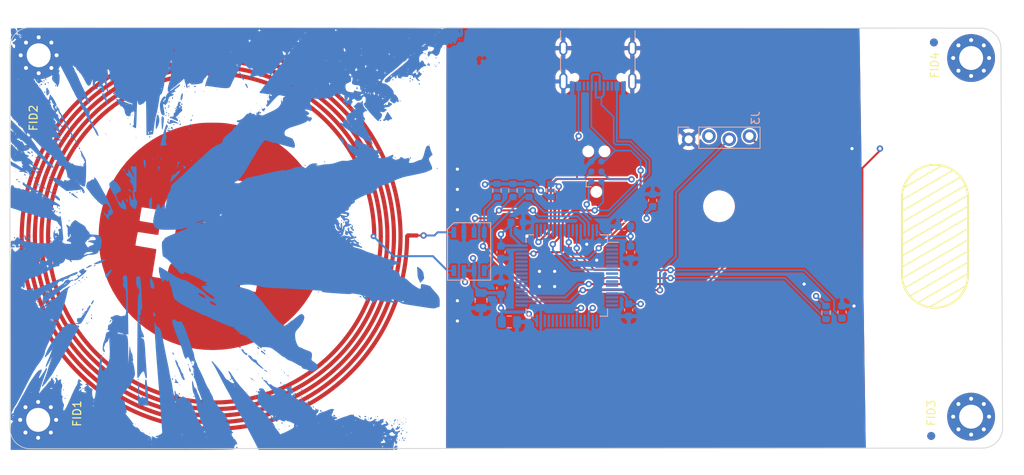
<source format=kicad_pcb>
(kicad_pcb (version 20240108) (generator "pcbnew") (generator_version "8.0")
  (layers (0 "F.Cu" jumper) (1 "In1.Cu" signal) (2 "In2.Cu" signal) (31 "B.Cu" signal) (34 "B.Paste" user) (35 "F.Paste" user) (36 "B.SilkS" user "B.Silkscreen") (37 "F.SilkS" user "F.Silkscreen") (38 "B.Mask" user) (39 "F.Mask" user) (44 "Edge.Cuts" user))
  (net 0 "")
  (net 1 "VCC")
  (net 2 "Net-(A1-A)")
  (net 3 "Net-(A1-B)")
  (net 4 "GND")
  (net 5 "Net-(A2-BTN)")
  (net 6 "NRST")
  (net 23 "TSC_G2_IO4")
  (net 33 "SWDIO")
  (net 34 "SWCLK")
  (net 40 "SWO")
  (net 42 "TSC_G2_IO2")
  (net 52 "DISP_RES")
  (net 53 "DISP_SCL")
  (net 54 "DISP_SDA")
  (net 56 "NFC_INT")
  (net 57 "NFC_SCL")
  (net 58 "NFC_SDA")
  (footprint "Footprints:TheThing" (layer "F.Cu") (at 161.713737 116.499513)
    (property "Reference" "G***" (hide yes))
    (property "Value" "LOGO" (hide yes))
  )
  (footprint "Fiducial:Fiducial_1mm_Mask2mm" (layer "F.Cu") (at 195.255 121.1149 90)
    (property "Reference" "FID3")
    (property "Value" "Fiducial")
  )
  (footprint "Fiducial:Fiducial_1mm_Mask2mm" (layer "F.Cu") (at 82.561 78.3122 90)
    (property "Reference" "FID2")
    (property "Value" "Fiducial")
  )
  (footprint "MountingHole:MountingHole_3.5mm" (layer "F.Cu") (at 168.66 92.296)
    (property "Reference" "H8" (hide yes))
    (property "Value" "MountingHole")
  )
  (footprint "MountingHole:MountingHole_3mm_Pad_Via" (layer "F.Cu") (at 83.38999 73.34999 90)
    (property "Reference" "H7")
    (property "Value" "MountingHole_Pad")
  )
  (footprint "MountingHole:MountingHole_3mm_Pad_Via" (layer "F.Cu") (at 83.323 119.096 90)
    (property "Reference" "H8" (hide yes))
    (property "Value" "MountingHole_Pad")
  )
  (footprint "Fiducial:Fiducial_1mm_Mask2mm" (layer "F.Cu") (at 195.597 71.7402 90)
    (property "Reference" "FID4")
    (property "Value" "Fiducial")
  )
  (footprint "Footprints:btc logo" (layer "F.Cu") (at 105.006 96.061 90)
    (property "Reference" "G***" (hide yes))
    (property "Value" "LOGO" (hide yes))
  )
  (footprint "MountingHole:MountingHole_3mm_Pad_Via" (layer "F.Cu") (at 200.26 118.696 90)
    (property "Reference" "H10")
    (property "Value" "MountingHole_Pad")
  )
  (footprint "MountingHole:MountingHole_3mm_Pad_Via" (layer "F.Cu") (at 200.26 73.696 90)
    (property "Reference" "H9")
    (property "Value" "MountingHole_Pad")
  )
  (footprint "Fiducial:Fiducial_1mm_Mask2mm" (layer "F.Cu") (at 88.1744 121.164 90)
    (property "Reference" "FID1")
    (property "Value" "Fiducial")
  )
  (footprint "Footprints:TheThing" (layer "F.Cu") (at 161.713737 116.499513)
    (property "Reference" "G***" (hide yes))
    (property "Value" "LOGO" (hide yes))
  )
  (footprint "Footprints:btc logo" (layer "F.Cu") (at 105.006 96.061 90)
    (property "Reference" "G***" (hide yes))
    (property "Value" "LOGO" (hide yes))
  )
  (footprint "Footprints:Antenna-Round-13.8MHz-53pF-Class3-50mm" (layer "F.Cu") (at 105.006 96.061)
    (property "Reference" "A1" (hide yes))
    (property "Value" "Antenna")
  )
  (footprint "Capacitor_SMD:C_0603_1608Metric" (layer "B.Cu") (at 156.806 94.811 180)
    (property "Reference" "C5" (hide yes))
    (property "Value" "100n")
  )
  (footprint "Resistor_SMD:R_0603_1608Metric" (layer "B.Cu") (at 142.831 90.311 90)
    (property "Reference" "R2" (hide yes))
    (property "Value" "10k")
  )
  (footprint "Connector:Tag-Connect_TC2030-IDC-NL_2x03_P1.27mm_Vertical" (layer "B.Cu") (at 153.291 87.946 90)
    (property "Reference" "J1" (hide yes))
    (property "Value" "Conn_ARM_SWD_TagConnect_TC2030")
  )
  (footprint "Capacitor_SMD:C_0603_1608Metric" (layer "B.Cu") (at 141.331 98.061 -90)
    (property "Reference" "C8" (hide yes))
    (property "Value" "100n")
  )
  (footprint "Footprints:TSC-Rectangle-25x16mm" (layer "B.Cu") (at 194.631 96.061)
    (property "Reference" "A2" (hide yes))
    (property "Value" "TSC")
  )
  (footprint "Fiducial:Fiducial_1mm_Mask2mm" (layer "B.Cu") (at 88.169 121.154 -90)
    (property "Reference" "FID6" (hide yes))
    (property "Value" "Fiducial")
  )
  (footprint "Footprints:back" (layer "B.Cu") (at 111.15812 96.401064 180)
    (property "Reference" "G***" (hide yes))
    (property "Value" "LOGO" (hide yes))
  )
  (footprint "Capacitor_SMD:C_0603_1608Metric" (layer "B.Cu") (at 160.341 91.557 90)
    (property "Reference" "C17" (hide yes))
    (property "Value" "1u")
  )
  (footprint "Resistor_SMD:R_0603_1608Metric" (layer "B.Cu") (at 144.831 90.311 90)
    (property "Reference" "R1" (hide yes))
    (property "Value" "10k")
  )
  (footprint "Resistor_SMD:R_0603_1608Metric" (layer "B.Cu") (at 147.581 90.311 90)
    (property "Reference" "R10" (hide yes))
    (property "Value" "10k")
  )
  (footprint "Fiducial:Fiducial_1mm_Mask2mm" (layer "B.Cu") (at 195.26 121.1065 -90)
    (property "Reference" "FID8" (hide yes))
    (property "Value" "Fiducial")
  )
  (footprint "Connector_USB:USB_C_Receptacle_GCT_USB4105-xx-A_16P_TopMnt_Horizontal" (layer "B.Cu") (at 153.471 73.532)
    (property "Reference" "J8" (hide yes))
    (property "Value" "USB_C_Receptacle_USB2.0")
  )
  (footprint "Resistor_SMD:R_0603_1608Metric" (layer "B.Cu") (at 140.831 90.311 90)
    (property "Reference" "R3" (hide yes))
    (property "Value" "10k")
  )
  (footprint "Capacitor_SMD:C_0603_1608Metric" (layer "B.Cu") (at 143.356 94.311)
    (property "Reference" "C2" (hide yes))
    (property "Value" "100n")
  )
  (footprint "Package_QFP:LQFP-64_10x10mm_P0.5mm" (layer "B.Cu") (at 149.581 100.986 180)
    (property "Reference" "U2" (hide yes))
    (property "Value" "STM32L476RGTx")
  )
  (footprint "Footprints:back" (layer "B.Cu") (at 111.15812 96.401065 180)
    (property "Reference" "G***" (hide yes))
    (property "Value" "LOGO" (hide yes))
  )
  (footprint "Resistor_SMD:R_0603_1608Metric" (layer "B.Cu") (at 182.081 105.636 90)
    (property "Reference" "R8" (hide yes))
    (property "Value" "1k")
  )
  (footprint "Capacitor_SMD:C_0603_1608Metric" (layer "B.Cu") (at 157.581 98.086 -90)
    (property "Reference" "C6" (hide yes))
    (property "Value" "100n")
  )
  (footprint "bitaxe:PinHeader_1x04_P2.54mm_Vertical_shifted" (layer "B.Cu") (at 164.86 83.696 -90)
    (property "Reference" "J3")
    (property "Value" "Conn_01x04")
  )
  (footprint "Fiducial:Fiducial_1mm_Mask2mm" (layer "B.Cu") (at 82.579 78.315 -90)
    (property "Reference" "FID5" (hide yes))
    (property "Value" "Fiducial")
  )
  (footprint "Capacitor_SMD:C_0603_1608Metric" (layer "B.Cu") (at 184.081 105.561 -90)
    (property "Reference" "C14" (hide yes))
    (property "Value" "22n")
  )
  (footprint "Fiducial:Fiducial_1mm_Mask2mm" (layer "B.Cu") (at 195.592 71.738 -90)
    (property "Reference" "FID7" (hide yes))
    (property "Value" "Fiducial")
  )
  (footprint "Capacitor_SMD:C_0603_1608Metric" (layer "B.Cu") (at 157.341 105.307 -90)
    (property "Reference" "C4" (hide yes))
    (property "Value" "100n")
  )
  (footprint "Footprints:SOT96-1" (layer "B.Cu") (at 137.331 97.961)
    (property "Reference" "U3" (hide yes))
    (property "Value" "NT3H2X11")
  )
  (footprint "Capacitor_SMD:C_0805_2012Metric" (layer "B.Cu") (at 138.831 104.111 -90)
    (property "Reference" "C9" (hide yes))
    (property "Value" "4.7u")
  )
  (footprint "Capacitor_SMD:C_0603_1608Metric" (layer "B.Cu") (at 141.331 102.561 90)
    (property "Reference" "C3" (hide yes))
    (property "Value" "100n")
  )
  (footprint "Capacitor_SMD:C_0805_2012Metric" (layer "B.Cu") (at 142.381 106.811)
    (property "Reference" "C1" (hide yes))
    (property "Value" "4.7u")
  )
  (gr_line (start 199.50024 102.599472) (end 199.55378 102.476407) (stroke (width 0.243799)) (layer "F.SilkS"))
  (gr_line (start 191.858649 89.762449) (end 191.813104 89.888999) (stroke (width 0.243799)) (layer "F.SilkS"))
  (gr_line (start 191.620711 95.708203) (end 199.90071 90.878218) (stroke (width 0.183999)) (layer "F.SilkS"))
  (gr_line (start 192.287107 88.929341) (end 192.214532 89.042045) (stroke (width 0.243799)) (layer "F.SilkS"))
  (gr_line (start 192.287107 103.184659) (end 192.443135 103.402907) (stroke (width 0.243799)) (layer "F.SilkS"))
  (gr_line (start 193.90451 87.51167) (end 193.660999 87.641668) (stroke (width 0.243799)) (layer "F.SilkS"))
  (gr_line (start 191.627407 101.435375) (end 191.672264 101.703731) (stroke (width 0.243799)) (layer "F.SilkS"))
  (gr_line (start 194.408947 87.303675) (end 194.154116 87.399006) (stroke (width 0.243799)) (layer "F.SilkS"))
  (gr_line (start 193.20429 104.166611) (end 193.426663 104.326445) (stroke (width 0.243799)) (layer "F.SilkS"))
  (gr_line (start 198.257708 87.947389) (end 198.035334 87.787555) (stroke (width 0.243799)) (layer "F.SilkS"))
  (gr_line (start 198.93552 103.508263) (end 199.018863 103.402907) (stroke (width 0.243799)) (layer "F.SilkS"))
  (gr_line (start 193.313954 87.865776) (end 193.20429 87.947389) (stroke (width 0.243799)) (layer "F.SilkS"))
  (gr_line (start 199.789734 90.410269) (end 199.72769 90.146809) (stroke (width 0.243799)) (layer "F.SilkS"))
  (gr_line (start 199.72769 90.146809) (end 199.648893 89.888999) (stroke (width 0.243799)) (layer "F.SilkS"))
  (gr_line (start 191.591 100.886992) (end 191.600174 101.162877) (stroke (width 0.243799)) (layer "F.SilkS"))
  (gr_line (start 196.793865 104.888324) (end 197.05305 104.810326) (stroke (width 0.243799)) (layer "F.SilkS"))
  (gr_line (start 196.265915 87.121678) (end 195.998892 87.095679) (stroke (width 0.243799)) (layer "F.SilkS"))
  (gr_line (start 199.850437 101.299597) (end 199.861824 101.162877) (stroke (width 0.243799)) (layer "F.SilkS"))
  (gr_line (start 199.870998 100.886992) (end 199.870998 91.227008) (stroke (width 0.243799)) (layer "F.SilkS"))
  (gr_line (start 199.316343 89.15701) (end 199.174891 88.929341) (stroke (width 0.243799)) (layer "F.SilkS"))
  (gr_line (start 198.567884 103.902363) (end 198.664824 103.808125) (stroke (width 0.243799)) (layer "F.SilkS"))
  (gr_line (start 198.848696 88.50302) (end 198.664824 88.305875) (stroke (width 0.243799)) (layer "F.SilkS"))
  (gr_line (start 193.90451 104.60233) (end 194.154116 104.714994) (stroke (width 0.243799)) (layer "F.SilkS"))
  (gr_line (start 193.426663 87.787555) (end 193.313954 87.865776) (stroke (width 0.243799)) (layer "F.SilkS"))
  (gr_line (start 193.20429 87.947389) (end 193.097726 88.032299) (stroke (width 0.243799)) (layer "F.SilkS"))
  (gr_line (start 191.620711 101.323871) (end 199.90071 96.493886) (stroke (width 0.183999)) (layer "F.SilkS"))
  (gr_line (start 197.800998 104.472332) (end 197.919634 104.401179) (stroke (width 0.243799)) (layer "F.SilkS"))
  (gr_line (start 195.196082 87.121678) (end 194.930801 87.165011) (stroke (width 0.243799)) (layer "F.SilkS"))
  (gr_line (start 191.591 91.227008) (end 191.591 100.886992) (stroke (width 0.243799)) (layer "F.SilkS"))
  (gr_line (start 199.316343 102.95699) (end 199.381467 102.839858) (stroke (width 0.243799)) (layer "F.SilkS"))
  (gr_line (start 196.531196 87.165011) (end 196.265915 87.121678) (stroke (width 0.243799)) (layer "F.SilkS"))
  (gr_line (start 191.672264 90.410269) (end 191.64766 90.543882) (stroke (width 0.243799)) (layer "F.SilkS"))
  (gr_line (start 199.442784 102.720654) (end 199.50024 102.599472) (stroke (width 0.243799)) (layer "F.SilkS"))
  (gr_line (start 191.64766 90.543882) (end 191.627407 90.678625) (stroke (width 0.243799)) (layer "F.SilkS"))
  (gr_line (start 191.620711 99.919951) (end 199.90071 95.089965) (stroke (width 0.183999)) (layer "F.SilkS"))
  (gr_line (start 191.908218 102.476407) (end 192.019213 102.720654) (stroke (width 0.243799)) (layer "F.SilkS"))
  (gr_line (start 191.908218 89.637593) (end 191.858649 89.762449) (stroke (width 0.243799)) (layer "F.SilkS"))
  (gr_line (start 191.600174 90.951123) (end 191.593302 91.088689) (stroke (width 0.243799)) (layer "F.SilkS"))
  (gr_line (start 192.080531 89.274142) (end 192.019213 89.393346) (stroke (width 0.243799)) (layer "F.SilkS"))
  (gr_line (start 199.834591 101.435375) (end 199.850437 101.299597) (stroke (width 0.243799)) (layer "F.SilkS"))
  (gr_line (start 195.033159 104.94894) (end 199.622089 102.272073) (stroke (width 0.183999)) (layer "F.SilkS"))
  (gr_line (start 191.961758 89.514528) (end 191.908218 89.637593) (stroke (width 0.243799)) (layer "F.SilkS"))
  (gr_line (start 198.467682 103.993587) (end 198.567884 103.902363) (stroke (width 0.243799)) (layer "F.SilkS"))
  (gr_line (start 194.668133 104.888324) (end 194.930801 104.948989) (stroke (width 0.243799)) (layer "F.SilkS"))
  (gr_line (start 197.800998 87.641668) (end 197.557488 87.51167) (stroke (width 0.243799)) (layer "F.SilkS"))
  (gr_line (start 198.257708 104.166611) (end 198.364272 104.081701) (stroke (width 0.243799)) (layer "F.SilkS"))
  (gr_line (start 199.381467 102.839858) (end 199.442784 102.720654) (stroke (width 0.243799)) (layer "F.SilkS"))
  (gr_line (start 197.919634 104.401179) (end 198.035334 104.326445) (stroke (width 0.243799)) (layer "F.SilkS"))
  (gr_line (start 191.620711 94.304282) (end 199.561367 89.672234) (stroke (width 0.183999)) (layer "F.SilkS"))
  (gr_line (start 191.620711 98.516031) (end 199.90071 93.686045) (stroke (width 0.183999)) (layer "F.SilkS"))
  (gr_line (start 192.214532 89.042045) (end 192.145655 89.15701) (stroke (width 0.243799)) (layer "F.SilkS"))
  (gr_line (start 192.613302 88.50302) (end 192.526478 88.605737) (stroke (width 0.243799)) (layer "F.SilkS"))
  (gr_line (start 191.771639 90.017151) (end 191.734308 90.146809) (stroke (width 0.243799)) (layer "F.SilkS"))
  (gr_line (start 191.593302 91.088689) (end 191.591 91.227008) (stroke (width 0.243799)) (layer "F.SilkS"))
  (gr_line (start 192.019213 102.720654) (end 192.145655 102.95699) (stroke (width 0.243799)) (layer "F.SilkS"))
  (gr_line (start 191.627407 90.678625) (end 191.611561 90.814403) (stroke (width 0.243799)) (layer "F.SilkS"))
  (gr_line (start 192.994315 103.993587) (end 193.20429 104.166611) (stroke (width 0.243799)) (layer "F.SilkS"))
  (gr_line (start 195.196082 104.992322) (end 195.463105 105.018321) (stroke (width 0.243799)) (layer "F.SilkS"))
  (gr_line (start 198.758445 103.710966) (end 198.848696 103.61098) (stroke (width 0.243799)) (layer "F.SilkS"))
  (gr_line (start 192.613302 103.61098) (end 192.797174 103.808125) (stroke (width 0.243799)) (layer "F.SilkS"))
  (gr_line (start 197.05305 104.810326) (end 197.307882 104.714994) (stroke (width 0.243799)) (layer "F.SilkS"))
  (gr_line (start 194.154116 87.399006) (end 193.90451 87.51167) (stroke (width 0.243799)) (layer "F.SilkS"))
  (gr_line (start 197.557488 87.51167) (end 197.307882 87.399006) (stroke (width 0.243799)) (layer "F.SilkS"))
  (gr_line (start 195.998892 105.018321) (end 196.265915 104.992322) (stroke (width 0.243799)) (layer "F.SilkS"))
  (gr_line (start 199.247466 103.071955) (end 199.316343 102.95699) (stroke (width 0.243799)) (layer "F.SilkS"))
  (gr_line (start 199.868696 101.025311) (end 199.870998 100.886992) (stroke (width 0.243799)) (layer "F.SilkS"))
  (gr_line (start 199.55378 102.476407) (end 199.603349 102.351551) (stroke (width 0.243799)) (layer "F.SilkS"))
  (gr_line (start 198.364272 104.081701) (end 198.467682 103.993587) (stroke (width 0.243799)) (layer "F.SilkS"))
  (gr_line (start 192.797174 103.808125) (end 192.994315 103.993587) (stroke (width 0.243799)) (layer "F.SilkS"))
  (gr_line (start 192.797174 88.305875) (end 192.703552 88.403034) (stroke (width 0.243799)) (layer "F.SilkS"))
  (gr_line (start 197.307882 104.714994) (end 197.557488 104.60233) (stroke (width 0.243799)) (layer "F.SilkS"))
  (gr_line (start 192.019213 89.393346) (end 191.961758 89.514528) (stroke (width 0.243799)) (layer "F.SilkS"))
  (gr_line (start 192.994315 88.120413) (end 192.894113 88.211637) (stroke (width 0.243799)) (layer "F.SilkS"))
  (gr_line (start 191.813104 102.225001) (end 191.908218 102.476407) (stroke (width 0.243799)) (layer "F.SilkS"))
  (gr_line (start 199.861824 101.162877) (end 199.868696 101.025311) (stroke (width 0.243799)) (layer "F.SilkS"))
  (gr_line (start 192.443135 103.402907) (end 192.613302 103.61098) (stroke (width 0.243799)) (layer "F.SilkS"))
  (gr_line (start 191.813104 89.888999) (end 191.771639 90.017151) (stroke (width 0.243799)) (layer "F.SilkS"))
  (gr_line (start 198.848696 103.61098) (end 198.93552 103.508263) (stroke (width 0.243799)) (layer "F.SilkS"))
  (gr_line (start 199.648893 89.888999) (end 199.55378 89.637593) (stroke (width 0.243799)) (layer "F.SilkS"))
  (gr_line (start 191.620711 91.496455) (end 197.992316 87.77969) (stroke (width 0.183999)) (layer "F.SilkS"))
  (gr_line (start 191.600174 101.162877) (end 191.627407 101.435375) (stroke (width 0.243799)) (layer "F.SilkS"))
  (gr_line (start 196.531196 104.948989) (end 196.793865 104.888324) (stroke (width 0.243799)) (layer "F.SilkS"))
  (gr_line (start 192.589985 103.5663) (end 199.870711 99.319205) (stroke (width 0.183999)) (layer "F.SilkS"))
  (gr_line (start 193.660999 87.641668) (end 193.542363 87.712821) (stroke (width 0.243799)) (layer "F.SilkS"))
  (gr_line (start 196.793865 87.225676) (end 196.531196 87.165011) (stroke (width 0.243799)) (layer "F.SilkS"))
  (gr_line (start 196.265915 104.992322) (end 196.531196 104.948989) (stroke (width 0.243799)) (layer "F.SilkS"))
  (gr_line (start 191.797921 89.989158) (end 196.58855 87.194625) (stroke (width 0.183999)) (layer "F.SilkS"))
  (gr_line (start 199.814338 101.570118) (end 199.834591 101.435375) (stroke (width 0.243799)) (layer "F.SilkS"))
  (gr_line (start 192.703552 88.403034) (end 192.613302 88.50302) (stroke (width 0.243799)) (layer "F.SilkS"))
  (gr_line (start 198.467682 88.120413) (end 198.257708 87.947389) (stroke (width 0.243799)) (layer "F.SilkS"))
  (gr_line (start 193.660999 104.472332) (end 193.90451 104.60233) (stroke (width 0.243799)) (layer "F.SilkS"))
  (gr_line (start 191.734308 101.967191) (end 191.813104 102.225001) (stroke (width 0.243799)) (layer "F.SilkS"))
  (gr_line (start 197.557488 104.60233) (end 197.800998 104.472332) (stroke (width 0.243799)) (layer "F.SilkS"))
  (gr_line (start 192.526478 88.605737) (end 192.443135 88.711093) (stroke (width 0.243799)) (layer "F.SilkS"))
  (gr_line (start 195.463105 87.095679) (end 195.196082 87.121678) (stroke (width 0.243799)) (layer "F.SilkS"))
  (gr_line (start 197.05305 87.303675) (end 196.793865 87.225676) (stroke (width 0.243799)) (layer "F.SilkS"))
  (gr_line (start 199.648893 102.225001) (end 199.690359 102.096849) (stroke (width 0.243799)) (layer "F.SilkS"))
  (gr_line (start 195.998892 87.095679) (end 195.730999 87.087012) (stroke (width 0.243799)) (layer "F.SilkS"))
  (gr_line (start 191.672264 101.703731) (end 191.734308 101.967191) (stroke (width 0.243799)) (layer "F.SilkS"))
  (gr_line (start 193.097726 88.032299) (end 192.994315 88.120413) (stroke (width 0.243799)) (layer "F.SilkS"))
  (gr_line (start 199.690359 102.096849) (end 199.72769 101.967191) (stroke (width 0.243799)) (layer "F.SilkS"))
  (gr_line (start 199.870998 91.227008) (end 199.861824 90.951123) (stroke (width 0.243799)) (layer "F.SilkS"))
  (gr_line (start 193.426663 104.326445) (end 193.660999 104.472332) (stroke (width 0.243799)) (layer "F.SilkS"))
  (gr_line (start 194.930801 104.948989) (end 195.196082 104.992322) (stroke (width 0.243799)) (layer "F.SilkS"))
  (gr_line (start 195.730999 87.087012) (end 195.463105 87.095679) (stroke (width 0.243799)) (layer "F.SilkS"))
  (gr_line (start 198.035334 87.787555) (end 197.800998 87.641668) (stroke (width 0.243799)) (layer "F.SilkS"))
  (gr_line (start 191.734308 90.146809) (end 191.701164 90.27788) (stroke (width 0.243799)) (layer "F.SilkS"))
  (gr_line (start 192.145655 102.95699) (end 192.287107 103.184659) (stroke (width 0.243799)) (layer "F.SilkS"))
  (gr_line (start 199.72769 101.967191) (end 199.760833 101.83612) (stroke (width 0.243799)) (layer "F.SilkS"))
  (gr_line (start 199.098672 103.295007) (end 199.174891 103.184659) (stroke (width 0.243799)) (layer "F.SilkS"))
  (gr_line (start 199.018863 103.402907) (end 199.098672 103.295007) (stroke (width 0.243799)) (layer "F.SilkS"))
  (gr_line (start 192.894113 88.211637) (end 192.797174 88.305875) (stroke (width 0.243799)) (layer "F.SilkS"))
  (gr_line (start 195.730999 105.026988) (end 195.998892 105.018321) (stroke (width 0.243799)) (layer "F.SilkS"))
  (gr_line (start 191.701164 90.27788) (end 191.672264 90.410269) (stroke (width 0.243799)) (layer "F.SilkS"))
  (gr_line (start 191.611561 90.814403) (end 191.600174 90.951123) (stroke (width 0.243799)) (layer "F.SilkS"))
  (gr_line (start 199.603349 102.351551) (end 199.648893 102.225001) (stroke (width 0.243799)) (layer "F.SilkS"))
  (gr_line (start 199.018863 88.711093) (end 198.848696 88.50302) (stroke (width 0.243799)) (layer "F.SilkS"))
  (gr_line (start 191.948283 102.536691) (end 199.870711 97.915285) (stroke (width 0.183999)) (layer "F.SilkS"))
  (gr_line (start 194.154116 104.714994) (end 194.408947 104.810326) (stroke (width 0.243799)) (layer "F.SilkS"))
  (gr_line (start 197.307882 87.399006) (end 197.05305 87.303675) (stroke (width 0.243799)) (layer "F.SilkS"))
  (gr_line (start 191.620711 92.900362) (end 198.936574 88.63277) (stroke (width 0.183999)) (layer "F.SilkS"))
  (gr_line (start 192.363326 88.818993) (end 192.287107 88.929341) (stroke (width 0.243799)) (layer "F.SilkS"))
  (gr_line (start 198.664824 88.305875) (end 198.467682 88.120413) (stroke (width 0.243799)) (layer "F.SilkS"))
  (gr_line (start 199.442784 89.393346) (end 199.316343 89.15701) (stroke (width 0.243799)) (layer "F.SilkS"))
  (gr_line (start 198.664824 103.808125) (end 198.758445 103.710966) (stroke (width 0.243799)) (layer "F.SilkS"))
  (gr_line (start 193.571794 104.397495) (end 199.870711 100.723126) (stroke (width 0.183999)) (layer "F.SilkS"))
  (gr_line (start 199.760833 101.83612) (end 199.789734 101.703731) (stroke (width 0.243799)) (layer "F.SilkS"))
  (gr_line (start 194.408947 104.810326) (end 194.668133 104.888324) (stroke (width 0.243799)) (layer "F.SilkS"))
  (gr_line (start 194.668133 87.225676) (end 194.408947 87.303675) (stroke (width 0.243799)) (layer "F.SilkS"))
  (gr_line (start 199.834591 90.678625) (end 199.789734 90.410269) (stroke (width 0.243799)) (layer "F.SilkS"))
  (gr_line (start 192.145655 89.15701) (end 192.080531 89.274142) (stroke (width 0.243799)) (layer "F.SilkS"))
  (gr_line (start 199.861824 90.951123) (end 199.834591 90.678625) (stroke (width 0.243799)) (layer "F.SilkS"))
  (gr_line (start 198.035334 104.326445) (end 198.148044 104.248224) (stroke (width 0.243799)) (layer "F.SilkS"))
  (gr_line (start 195.463105 105.018321) (end 195.730999 105.026988) (stroke (width 0.243799)) (layer "F.SilkS"))
  (gr_line (start 199.789734 101.703731) (end 199.814338 101.570118) (stroke (width 0.243799)) (layer "F.SilkS"))
  (gr_line (start 192.443135 88.711093) (end 192.363326 88.818993) (stroke (width 0.243799)) (layer "F.SilkS"))
  (gr_line (start 191.620711 97.112124) (end 199.90071 92.282139) (stroke (width 0.183999)) (layer "F.SilkS"))
  (gr_line (start 199.174891 103.184659) (end 199.247466 103.071955) (stroke (width 0.243799)) (layer "F.SilkS"))
  (gr_line (start 198.148044 104.248224) (end 198.257708 104.166611) (stroke (width 0.243799)) (layer "F.SilkS"))
  (gr_line (start 199.55378 89.637593) (end 199.442784 89.393346) (stroke (width 0.243799)) (layer "F.SilkS"))
  (gr_line (start 193.542363 87.712821) (end 193.426663 87.787555) (stroke (width 0.243799)) (layer "F.SilkS"))
  (gr_line (start 199.174891 88.929341) (end 199.018863 88.711093) (stroke (width 0.243799)) (layer "F.SilkS"))
  (gr_line (start 194.930801 87.165011) (end 194.668133 87.225676) (stroke (width 0.243799)) (layer "F.SilkS"))
  (gr_arc (start 204.203963 120.099963) (mid 203.46 121.896) (end 201.663963 122.639963) (stroke (width 0.1)) (layer "Edge.Cuts"))
  (gr_arc (start 201.46 69.952051) (mid 203.256033 70.696003) (end 204 72.492051) (stroke (width 0.1)) (layer "Edge.Cuts"))
  (gr_line (start 201.663963 122.639963) (end 82.331 122.715) (stroke (width 0.1)) (layer "Edge.Cuts"))
  (gr_line (start 204 72.492051) (end 204.203963 120.099963) (stroke (width 0.1)) (layer "Edge.Cuts"))
  (gr_line (start 79.791 120.175) (end 79.791 72.393) (stroke (width 0.1)) (layer "Edge.Cuts"))
  (gr_arc (start 79.791 72.393) (mid 80.534949 70.596949) (end 82.331 69.853) (stroke (width 0.1)) (layer "Edge.Cuts"))
  (gr_arc (start 82.331 122.715) (mid 80.534949 121.971051) (end 79.791 120.175) (stroke (width 0.1)) (layer "Edge.Cuts"))
  (gr_line (start 82.331 69.853) (end 201.46 69.952051) (stroke (width 0.1)) (layer "Edge.Cuts"))
  (via (at 141.331 105.061) (size 0.8) (drill 0.4) (layers "F.Cu" "B.Cu") (net 1))
  (via (at 152.831 105.061) (size 0.8) (drill 0.4) (layers "F.Cu" "B.Cu") (net 1))
  (via (at 139.331 89.561) (size 0.8) (drill 0.4) (layers "F.Cu" "B.Cu") (net 1))
  (via (at 146.331 90.311) (size 0.8) (drill 0.4) (layers "F.Cu" "B.Cu") (net 1))
  (via (at 157.581 96.061) (size 0.8) (drill 0.4) (layers "F.Cu" "B.Cu") (net 1))
  (via (at 136.831 101.811) (size 0.8) (drill 0.4) (layers "F.Cu" "B.Cu") (net 1))
  (via (at 152.081 92.061) (size 0.8) (drill 0.4) (layers "F.Cu" "B.Cu") (net 1))
  (via (at 144.831 105.811) (size 0.8) (drill 0.4) (layers "F.Cu" "B.Cu") (net 1))
  (via (at 141.331 95.811) (size 0.8) (drill 0.4) (layers "F.Cu" "B.Cu") (net 1))
  (via (at 158.841 104.557) (size 0.8) (drill 0.4) (layers "F.Cu" "B.Cu") (net 1))
  (via (at 137.831 98.811) (size 0.8) (drill 0.4) (layers "F.Cu" "B.Cu") (net 1))
  (via (at 159.591 93.807) (size 0.8) (drill 0.4) (layers "F.Cu" "B.Cu") (net 1))
  (segment (start 144.581 105.561) (end 144.831 105.811) (width 0.4) (layer "B.Cu") (net 1))
  (segment (start 142.581 95.911) (end 143.896 97.226) (width 0.32) (layer "B.Cu") (net 1))
  (segment (start 141.431 105.161) (end 141.331 105.061) (width 0.4) (layer "B.Cu") (net 1))
  (segment (start 142.581 94.311) (end 142.581 94.561) (width 0.32) (layer "B.Cu") (net 1))
  (segment (start 147.581 91.136) (end 147.156 91.136) (width 0.4) (layer "B.Cu") (net 1))
  (segment (start 136.696 100.361) (end 137.966 100.361) (width 0.4) (layer "B.Cu") (net 1))
  (segment (start 159.591 93.807) (end 159.591 93.082) (width 0.4) (layer "B.Cu") (net 1))
  (segment (start 142.581 94.561) (end 141.331 95.811) (width 0.32) (layer "B.Cu") (net 1))
  (segment (start 137.966 100.361) (end 137.966 98.946) (width 0.4) (layer "B.Cu") (net 1))
  (segment (start 155.86 84.1607) (end 155.86 77.3475) (width 0.2) (layer "B.Cu") (net 1))
  (segment (start 141.331 105.061) (end 141.831 105.561) (width 0.4) (layer "B.Cu") (net 1))
  (segment (start 157.576071 84.1607) (end 155.86 84.1607) (width 0.2) (layer "B.Cu") (net 1))
  (segment (start 152.313451 89.558549) (end 152.656 89.216) (width 0.25) (layer "B.Cu") (net 1))
  (segment (start 152.79105 93.511) (end 154.692635 93.511) (width 0.2) (layer "B.Cu") (net 1))
  (segment (start 141.331 97.286) (end 141.331 95.811) (width 0.32) (layer "B.Cu") (net 1))
  (segment (start 142.581 94.311) (end 142.581 95.911) (width 0.32) (layer "B.Cu") (net 1))
  (segment (start 145.506 89.486) (end 146.331 90.311) (width 0.4) (layer "B.Cu") (net 1))
  (segment (start 156.52 103.236) (end 157.091 103.807) (width 0.25) (layer "B.Cu") (net 1))
  (segment (start 144.831 89.486) (end 142.831 89.486) (width 0.4) (layer "B.Cu") (net 1))
  (segment (start 159.941 86.525628) (end 157.576071 84.1607) (width 0.2) (layer "B.Cu") (net 1))
  (segment (start 142.831 89.486) (end 140.831 89.486) (width 0.4) (layer "B.Cu") (net 1))
  (segment (start 154.081 96.061) (end 157.581 96.061) (width 0.25) (layer "B.Cu") (net 1))
  (segment (start 157.091 104.282) (end 157.366 104.557) (width 0.25) (layer "B.Cu") (net 1))
  (segment (start 154.692635 93.511) (end 159.941 88.262635) (width 0.2) (layer "B.Cu") (net 1))
  (segment (start 137.966 100.361) (end 137.966 102.296) (width 0.4) (layer "B.Cu") (net 1))
  (segment (start 159.941 88.262635) (end 159.941 86.525628) (width 0.2) (layer "B.Cu") (net 1))
  (segment (start 138.831 103.161) (end 141.156 103.161) (width 0.4) (layer "B.Cu") (net 1))
  (segment (start 140.831 89.486) (end 139.406 89.486) (width 0.4) (layer "B.Cu") (net 1))
  (segment (start 147.156 91.136) (end 146.331 90.311) (width 0.4) (layer "B.Cu") (net 1))
  (segment (start 152.081 92.061) (end 152.081 92.80095) (width 0.2) (layer "B.Cu") (net 1))
  (segment (start 136.696 101.676) (end 136.831 101.811) (width 0.4) (layer "B.Cu") (net 1))
  (segment (start 157.581 96.061) (end 157.581 97.311) (width 0.4) (layer "B.Cu") (net 1))
  (segment (start 153.331 95.311) (end 154.081 96.061) (width 0.25) (layer "B.Cu") (net 1))
  (segment (start 141.331 103.336) (end 141.331 105.061) (width 0.4) (layer "B.Cu") (net 1))
  (segment (start 145.681 106.661) (end 144.831 105.811) (width 0.25) (layer "B.Cu") (net 1))
  (segment (start 152.331 106.661) (end 152.331 105.561) (width 0.25) (layer "B.Cu") (net 1))
  (segment (start 136.696 100.361) (end 136.696 101.676) (width 0.4) (layer "B.Cu") (net 1))
  (segment (start 139.406 89.486) (end 139.331 89.561) (width 0.4) (layer "B.Cu") (net 1))
  (segment (start 141.391 97.226) (end 141.331 97.286) (width 0.32) (layer "B.Cu") (net 1))
  (segment (start 157.091 103.807) (end 157.091 104.282) (width 0.25) (layer "B.Cu") (net 1))
  (segment (start 157.581 94.811) (end 157.581 96.061) (width 0.4) (layer "B.Cu") (net 1))
  (segment (start 141.156 103.161) (end 141.331 103.336) (width 0.4) (layer "B.Cu") (net 1))
  (segment (start 159.591 93.082) (end 160.341 92.332) (width 0.4) (layer "B.Cu") (net 1))
  (segment (start 152.331 105.561) (end 152.831 105.061) (width 0.25) (layer "B.Cu") (net 1))
  (segment (start 152.313451 91.828549) (end 152.313451 89.558549) (width 0.25) (layer "B.Cu") (net 1))
  (segment (start 152.081 92.80095) (end 152.79105 93.511) (width 0.2) (layer "B.Cu") (net 1))
  (segment (start 141.431 106.811) (end 141.431 105.161) (width 0.4) (layer "B.Cu") (net 1))
  (segment (start 137.966 102.296) (end 138.831 103.161) (width 0.4) (layer "B.Cu") (net 1))
  (segment (start 137.966 98.946) (end 137.831 98.811) (width 0.4) (layer "B.Cu") (net 1))
  (segment (start 143.896 97.226) (end 141.391 97.226) (width 0.32) (layer "B.Cu") (net 1))
  (segment (start 157.366 104.557) (end 158.841 104.557) (width 0.25) (layer "B.Cu") (net 1))
  (segment (start 155.256 103.236) (end 156.52 103.236) (width 0.25) (layer "B.Cu") (net 1))
  (segment (start 152.081 92.061) (end 152.313451 91.828549) (width 0.25) (layer "B.Cu") (net 1))
  (segment (start 141.831 105.561) (end 144.581 105.561) (width 0.4) (layer "B.Cu") (net 1))
  (segment (start 144.831 89.486) (end 145.506 89.486) (width 0.4) (layer "B.Cu") (net 1))
  (segment (start 145.831 106.661) (end 145.681 106.661) (width 0.25) (layer "B.Cu") (net 1))
  (segment (start 134.606 100.361) (end 135.426 100.361) (width 0.25) (layer "B.Cu") (net 2))
  (segment (start 132.806 98.561) (end 127.856 98.561) (width 0.25) (layer "B.Cu") (net 2))
  (segment (start 127.856 98.561) (end 125.356 96.061) (width 0.25) (layer "B.Cu") (net 2))
  (segment (start 132.831 98.586) (end 132.806 98.561) (width 0.25) (layer "B.Cu") (net 2))
  (segment (start 132.831 98.586) (end 134.606 100.361) (width 0.25) (layer "B.Cu") (net 2))
  (segment (start 131.631 95.961) (end 130.456 95.961) (width 0.25) (layer "F.Cu") (net 3))
  (via (at 131.631 95.961) (size 0.8) (drill 0.4) (layers "F.Cu" "B.Cu") (net 3))
  (segment (start 133.395 95.561) (end 135.426 95.561) (width 0.25) (layer "B.Cu") (net 3))
  (segment (start 131.631 95.961) (end 132.995 95.961) (width 0.25) (layer "B.Cu") (net 3))
  (segment (start 132.995 95.961) (end 133.395 95.561) (width 0.25) (layer "B.Cu") (net 3))
  (segment (start 186.631 87.511) (end 188.831 85.311) (width 0.25) (layer "F.Cu") (net 4))
  (segment (start 185.581 104.811) (end 186.631 103.761) (width 0.25) (layer "F.Cu") (net 4))
  (segment (start 188.831 85.311) (end 188.831 85.061) (width 0.25) (layer "F.Cu") (net 4))
  (segment (start 186.631 103.761) (end 186.631 87.511) (width 0.25) (layer "F.Cu") (net 4))
  (via (at 135.869 104.149) (size 0.8) (drill 0.4) (layers "F.Cu" "B.Cu") (net 4))
  (via (at 146.156 100.466) (size 0.8) (drill 0.4) (layers "F.Cu" "B.Cu") (net 4))
  (via (at 135.869 87.639) (size 0.8) (drill 0.4) (layers "F.Cu" "B.Cu") (net 4))
  (via (at 135.869 90.179) (size 0.8) (drill 0.4) (layers "F.Cu" "B.Cu") (net 4))
  (via (at 135.869 92.719) (size 0.8) (drill 0.4) (layers "F.Cu" "B.Cu") (net 4))
  (via (at 148.061 102.371) (size 0.8) (drill 0.4) (layers "F.Cu" "B.Cu") (net 4))
  (via (at 152.081 97.061) (size 0.8) (drill 0.4) (layers "F.Cu" "B.Cu") (net 4))
  (via (at 179.331 102.061) (size 0.8) (drill 0.4) (layers "F.Cu" "B.Cu") (net 4))
  (via (at 188.831 85.061) (size 0.8) (drill 0.4) (layers "F.Cu" "B.Cu") (net 4))
  (via (at 185.581 104.811) (size 0.8) (drill 0.4) (layers "F.Cu" "B.Cu") (net 4))
  (via (at 153.331 99.061) (size 0.8) (drill 0.4) (layers "F.Cu" "B.Cu") (net 4))
  (via (at 135.869 106.689) (size 0.8) (drill 0.4) (layers "F.Cu" "B.Cu") (net 4))
  (via (at 146.156 102.371) (size 0.8) (drill 0.4) (layers "F.Cu" "B.Cu") (net 4))
  (via (at 144.581 96.061) (size 0.8) (drill 0.4) (layers "F.Cu" "B.Cu") (net 4))
  (via (at 185.331 85.061) (size 0.8) (drill 0.4) (layers "F.Cu" "B.Cu") (net 4))
  (via (at 148.061 100.466) (size 0.8) (drill 0.4) (layers "F.Cu" "B.Cu") (net 4))
  (segment (start 151.331 96.311) (end 152.081 97.061) (width 0.25) (layer "B.Cu") (net 4))
  (segment (start 153.134236 107.807) (end 152.831 107.503764) (width 0.25) (layer "B.Cu") (net 4))
  (segment (start 143.906 97.736) (end 143.065315 97.736) (width 0.25) (layer "B.Cu") (net 4))
  (segment (start 152.831 107.503764) (end 152.831 106.661) (width 0.25) (layer "B.Cu") (net 4))
  (segment (start 142.806 98.2534) (end 142.2234 98.836) (width 0.25) (layer "B.Cu") (net 4))
  (segment (start 154.341 107.807) (end 153.134236 107.807) (width 0.25) (layer "B.Cu") (net 4))
  (segment (start 144.131 94.311) (end 144.131 95.611) (width 0.25) (layer "B.Cu") (net 4))
  (segment (start 142.2234 98.836) (end 141.331 98.836) (width 0.25) (layer "B.Cu") (net 4))
  (segment (start 144.131 95.611) (end 144.581 96.061) (width 0.25) (layer "B.Cu") (net 4))
  (segment (start 157.341 106.082) (end 156.066 106.082) (width 0.25) (layer "B.Cu") (net 4))
  (segment (start 143.065315 97.736) (end 142.806 97.995315) (width 0.25) (layer "B.Cu") (net 4))
  (segment (start 156.066 106.082) (end 154.341 107.807) (width 0.25) (layer "B.Cu") (net 4))
  (segment (start 142.806 97.995315) (end 142.806 98.2534) (width 0.25) (layer "B.Cu") (net 4))
  (segment (start 152.831 96.311) (end 152.081 97.061) (width 0.25) (layer "B.Cu") (net 4))
  (segment (start 152.831 95.311) (end 152.831 96.311) (width 0.25) (layer "B.Cu") (net 4))
  (segment (start 151.331 95.311) (end 151.331 96.311) (width 0.25) (layer "B.Cu") (net 4))
  (via (at 180.831 103.561) (size 0.8) (drill 0.4) (layers "F.Cu" "B.Cu") (net 5))
  (segment (start 182.081 104.811) (end 180.831 103.561) (width 0.32) (layer "B.Cu") (net 5))
  (segment (start 148.581 96.311) (end 148.581 89.811) (width 0.25) (layer "F.Cu") (net 6))
  (segment (start 147.831 97.061) (end 148.581 96.311) (width 0.25) (layer "F.Cu") (net 6))
  (via (at 147.831 97.061) (size 0.8) (drill 0.4) (layers "F.Cu" "B.Cu") (net 6))
  (via (at 148.581 89.811) (size 0.8) (drill 0.4) (layers "F.Cu" "B.Cu") (net 6))
  (segment (start 148.256 89.486) (end 148.581 89.811) (width 0.25) (layer "B.Cu") (net 6))
  (segment (start 147.831 97.061) (end 147.831 97.811) (width 0.25) (layer "B.Cu") (net 6))
  (segment (start 155.256 100.236) (end 150.256 100.236) (width 0.25) (layer "B.Cu") (net 6))
  (segment (start 147.581 89.486) (end 148.256 89.486) (width 0.25) (layer "B.Cu") (net 6))
  (segment (start 152.656 87.946) (end 151.753549 88.848451) (width 0.2) (layer "B.Cu") (net 6))
  (segment (start 147.831 97.811) (end 150.256 100.236) (width 0.25) (layer "B.Cu") (net 6))
  (segment (start 151.753549 88.848451) (end 148.218549 88.848451) (width 0.2) (layer "B.Cu") (net 6))
  (segment (start 148.218549 88.848451) (end 147.581 89.486) (width 0.2) (layer "B.Cu") (net 6))
  (segment (start 150.831 98.061) (end 153.081 100.311) (width 0.2) (layer "F.Cu") (net 23))
  (segment (start 150.831 97.561) (end 150.831 98.061) (width 0.2) (layer "F.Cu") (net 23))
  (segment (start 153.081 100.311) (end 162.581 100.311) (width 0.2) (layer "F.Cu") (net 23))
  (via (at 150.831 97.561) (size 0.8) (drill 0.4) (layers "F.Cu" "B.Cu") (net 23))
  (via (at 162.581 100.311) (size 0.8) (drill 0.4) (layers "F.Cu" "B.Cu") (net 23))
  (segment (start 184.081 106.336) (end 183.081 105.336) (width 0.2) (layer "B.Cu") (net 23))
  (segment (start 183.081 105.336) (end 183.081 104.061) (width 0.2) (layer "B.Cu") (net 23))
  (segment (start 179.331 100.311) (end 162.581 100.311) (width 0.2) (layer "B.Cu") (net 23))
  (segment (start 150.831 97.561) (end 150.831 95.311) (width 0.2) (layer "B.Cu") (net 23))
  (segment (start 183.081 104.061) (end 179.331 100.311) (width 0.2) (layer "B.Cu") (net 23))
  (segment (start 145.581 98.061) (end 148.831 98.061) (width 0.25) (layer "F.Cu") (net 33))
  (segment (start 145.406 98.236) (end 145.581 98.061) (width 0.25) (layer "F.Cu") (net 33))
  (segment (start 149.081 94.061) (end 150.331 92.811) (width 0.25) (layer "F.Cu") (net 33))
  (segment (start 150.331 92.811) (end 153.081 92.811) (width 0.25) (layer "F.Cu") (net 33))
  (segment (start 149.081 97.811) (end 149.081 94.061) (width 0.25) (layer "F.Cu") (net 33))
  (segment (start 148.831 98.061) (end 149.081 97.811) (width 0.25) (layer "F.Cu") (net 33))
  (via (at 153.081 92.811) (size 0.8) (drill 0.4) (layers "F.Cu" "B.Cu") (net 33))
  (via (at 145.406 98.236) (size 0.8) (drill 0.4) (layers "F.Cu" "B.Cu") (net 33))
  (segment (start 153.914 79.55) (end 153.914 78.653) (width 0.2) (layer "B.Cu") (net 33))
  (segment (start 155.46 81.096) (end 153.914 79.55) (width 0.2) (layer "B.Cu") (net 33))
  (segment (start 153.081 92.811) (end 154.82695 92.811) (width 0.2) (layer "B.Cu") (net 33))
  (segment (start 154.82695 92.811) (end 159.541 88.09695) (width 0.2) (layer "B.Cu") (net 33))
  (segment (start 155.46 84.326385) (end 155.46 81.096) (width 0.2) (layer "B.Cu") (net 33))
  (segment (start 153.221 78.653) (end 153.221 77.212) (width 0.254) (layer "B.Cu") (net 33))
  (segment (start 155.694315 84.5607) (end 155.46 84.326385) (width 0.2) (layer "B.Cu") (net 33))
  (segment (start 154.221 78.346) (end 153.914 78.653) (width 0.254) (layer "B.Cu") (net 33))
  (segment (start 154.136301 91.755699) (end 154.136301 89.426301) (width 0.2) (layer "B.Cu") (net 33))
  (segment (start 154.136301 89.426301) (end 153.926 89.216) (width 0.2) (layer "B.Cu") (net 33))
  (segment (start 153.081 92.811) (end 154.136301 91.755699) (width 0.2) (layer "B.Cu") (net 33))
  (segment (start 145.406 98.236) (end 143.906 98.236) (width 0.25) (layer "B.Cu") (net 33))
  (segment (start 153.914 78.653) (end 153.221 78.653) (width 0.254) (layer "B.Cu") (net 33))
  (segment (start 159.541 88.09695) (end 159.541 86.691314) (width 0.2) (layer "B.Cu") (net 33))
  (segment (start 159.541 86.691314) (end 157.410385 84.5607) (width 0.2) (layer "B.Cu") (net 33))
  (segment (start 157.410385 84.5607) (end 155.694315 84.5607) (width 0.2) (layer "B.Cu") (net 33))
  (segment (start 154.221 77.212) (end 154.221 78.346) (width 0.254) (layer "B.Cu") (net 33))
  (segment (start 148.331 88.873451) (end 157.643451 88.873451) (width 0.25) (layer "F.Cu") (net 34))
  (segment (start 146.029 96.783) (end 147.581 95.231) (width 0.25) (layer "F.Cu") (net 34))
  (segment (start 157.643451 88.873451) (end 157.693549 88.923549) (width 0.25) (layer "F.Cu") (net 34))
  (segment (start 147.581 89.623451) (end 148.331 88.873451) (width 0.25) (layer "F.Cu") (net 34))
  (segment (start 150.86 88.873451) (end 150.86 83.696) (width 0.2) (layer "F.Cu") (net 34))
  (segment (start 147.581 95.231) (end 147.581 89.623451) (width 0.25) (layer "F.Cu") (net 34))
  (segment (start 150.86 83.696) (end 151.06 83.496) (width 0.2) (layer "F.Cu") (net 34))
  (via (at 151.06 83.496) (size 0.8) (drill 0.4) (layers "F.Cu" "B.Cu") (net 34))
  (via (at 146.029 96.783) (size 0.8) (drill 0.4) (layers "F.Cu" "B.Cu") (net 34))
  (via (at 157.693549 88.923549) (size 0.8) (drill 0.4) (layers "F.Cu" "B.Cu") (net 34))
  (segment (start 151.06 83.598) (end 151.06 77.394) (width 0.2) (layer "B.Cu") (net 34))
  (segment (start 154.903549 88.923549) (end 153.926 87.946) (width 0.25) (layer "B.Cu") (net 34))
  (segment (start 157.693549 88.923549) (end 154.903549 88.923549) (width 0.25) (layer "B.Cu") (net 34))
  (segment (start 146.029 96.783) (end 145.831 96.585) (width 0.25) (layer "B.Cu") (net 34))
  (segment (start 145.831 96.585) (end 145.831 95.311) (width 0.25) (layer "B.Cu") (net 34))
  (segment (start 158.831 87.817) (end 158.831 92.311) (width 0.25) (layer "F.Cu") (net 40))
  (segment (start 158.831 92.311) (end 153.581 97.561) (width 0.25) (layer "F.Cu") (net 40))
  (segment (start 158.841 87.807) (end 158.831 87.817) (width 0.25) (layer "F.Cu") (net 40))
  (via (at 153.581 97.561) (size 0.8) (drill 0.4) (layers "F.Cu" "B.Cu") (net 40))
  (via (at 158.841 87.807) (size 0.8) (drill 0.4) (layers "F.Cu" "B.Cu") (net 40))
  (segment (start 154.291715 86.676) (end 155.656715 85.311) (width 0.2) (layer "B.Cu") (net 40))
  (segment (start 149.581 98.811) (end 152.331 98.811) (width 0.25) (layer "B.Cu") (net 40))
  (segment (start 158.841 86.557) (end 158.841 87.807) (width 0.2) (layer "B.Cu") (net 40))
  (segment (start 148.831 95.311) (end 148.831 98.061) (width 0.25) (layer "B.Cu") (net 40))
  (segment (start 155.656715 85.311) (end 157.587 85.311) (width 0.2) (layer "B.Cu") (net 40))
  (segment (start 153.926 86.676) (end 154.291715 86.676) (width 0.2) (layer "B.Cu") (net 40))
  (segment (start 153.721 75.906) (end 153.555 75.74) (width 0.254) (layer "B.Cu") (net 40))
  (segment (start 157.587 85.311) (end 157.591 85.307) (width 0.2) (layer "B.Cu") (net 40))
  (segment (start 152.721 75.888) (end 152.721 77.212) (width 0.254) (layer "B.Cu") (net 40))
  (segment (start 152.869 75.74) (end 152.721 75.888) (width 0.254) (layer "B.Cu") (net 40))
  (segment (start 152.331 98.811) (end 153.581 97.561) (width 0.25) (layer "B.Cu") (net 40))
  (segment (start 155.656715 85.311) (end 152.66 82.314285) (width 0.2) (layer "B.Cu") (net 40))
  (segment (start 148.831 98.061) (end 149.581 98.811) (width 0.25) (layer "B.Cu") (net 40))
  (segment (start 153.555 75.74) (end 152.869 75.74) (width 0.254) (layer "B.Cu") (net 40))
  (segment (start 152.66 82.314285) (end 152.66 77.1475) (width 0.2) (layer "B.Cu") (net 40))
  (segment (start 153.721 77.212) (end 153.721 75.906) (width 0.254) (layer "B.Cu") (net 40))
  (segment (start 157.591 85.307) (end 158.841 86.557) (width 0.2) (layer "B.Cu") (net 40))
  (segment (start 149.831 98.061) (end 153.081 101.311) (width 0.2) (layer "F.Cu") (net 42))
  (segment (start 149.831 96.811) (end 149.831 98.061) (width 0.2) (layer "F.Cu") (net 42))
  (segment (start 153.081 101.311) (end 162.581 101.311) (width 0.2) (layer "F.Cu") (net 42))
  (via (at 149.831 96.811) (size 0.8) (drill 0.4) (layers "F.Cu" "B.Cu") (net 42))
  (via (at 162.581 101.311) (size 0.8) (drill 0.4) (layers "F.Cu" "B.Cu") (net 42))
  (segment (start 149.831 96.811) (end 149.831 95.311) (width 0.2) (layer "B.Cu") (net 42))
  (segment (start 162.581 101.311) (end 176.931 101.311) (width 0.2) (layer "B.Cu") (net 42))
  (segment (start 176.931 101.311) (end 182.081 106.461) (width 0.2) (layer "B.Cu") (net 42))
  (segment (start 161.26 102.823299) (end 151.593299 102.823299) (width 0.25) (layer "F.Cu") (net 53))
  (via (at 161.26 102.823299) (size 0.8) (drill 0.4) (layers "F.Cu" "B.Cu") (net 53))
  (via (at 151.593299 102.823299) (size 0.8) (drill 0.4) (layers "F.Cu" "B.Cu") (net 53))
  (segment (start 151.593299 102.823299) (end 151.318701 102.823299) (width 0.25) (layer "B.Cu") (net 53))
  (segment (start 163.26 90.576) (end 163.26 98.606695) (width 0.25) (layer "B.Cu") (net 53))
  (segment (start 151.318701 102.823299) (end 149.906 104.236) (width 0.25) (layer "B.Cu") (net 53))
  (segment (start 163.26 98.606695) (end 161.26 100.606695) (width 0.25) (layer "B.Cu") (net 53))
  (segment (start 149.906 104.236) (end 143.906 104.236) (width 0.25) (layer "B.Cu") (net 53))
  (segment (start 169.94 83.896) (end 163.26 90.576) (width 0.25) (layer "B.Cu") (net 53))
  (segment (start 161.26 100.606695) (end 161.26 102.823299) (width 0.25) (layer "B.Cu") (net 53))
  (segment (start 173.66 84.676) (end 173.66 95.496) (width 0.25) (layer "F.Cu") (net 54))
  (segment (start 167.095 102.061) (end 152.331 102.061) (width 0.25) (layer "F.Cu") (net 54))
  (segment (start 172.48 83.496) (end 173.66 84.676) (width 0.25) (layer "F.Cu") (net 54))
  (segment (start 173.66 95.496) (end 167.095 102.061) (width 0.25) (layer "F.Cu") (net 54))
  (via (at 152.331 102.061) (size 0.8) (drill 0.4) (layers "F.Cu" "B.Cu") (net 54))
  (segment (start 151.081 102.061) (end 149.406 103.736) (width 0.25) (layer "B.Cu") (net 54))
  (segment (start 149.406 103.736) (end 143.906 103.736) (width 0.25) (layer "B.Cu") (net 54))
  (segment (start 152.331 102.061) (end 151.081 102.061) (width 0.25) (layer "B.Cu") (net 54))
  (segment (start 151.370155 105.061) (end 146.831 105.061) (width 0.25) (layer "F.Cu") (net 56))
  (segment (start 146.831 105.061) (end 139.081 97.311) (width 0.25) (layer "F.Cu") (net 56))
  (via (at 139.081 97.311) (size 0.8) (drill 0.4) (layers "F.Cu" "B.Cu") (net 56))
  (via (at 151.370155 105.061) (size 0.8) (drill 0.4) (layers "F.Cu" "B.Cu") (net 56))
  (segment (start 139.236 95.561) (end 139.236 97.156) (width 0.25) (layer "B.Cu") (net 56))
  (segment (start 150.831 105.600155) (end 151.370155 105.061) (width 0.25) (layer "B.Cu") (net 56))
  (segment (start 150.831 106.661) (end 150.831 105.600155) (width 0.25) (layer "B.Cu") (net 56))
  (segment (start 139.236 95.561) (end 139.236 92.731) (width 0.25) (layer "B.Cu") (net 56))
  (segment (start 139.236 97.156) (end 139.081 97.311) (width 0.25) (layer "B.Cu") (net 56))
  (segment (start 139.236 92.731) (end 140.831 91.136) (width 0.25) (layer "B.Cu") (net 56))
  (segment (start 141.081 92.811) (end 140.081 93.811) (width 0.25) (layer "F.Cu") (net 57))
  (segment (start 140.081 93.811) (end 138.081 93.811) (width 0.25) (layer "F.Cu") (net 57))
  (segment (start 145.331 92.811) (end 141.081 92.811) (width 0.25) (layer "F.Cu") (net 57))
  (via (at 138.081 93.811) (size 0.8) (drill 0.4) (layers "F.Cu" "B.Cu") (net 57))
  (via (at 145.331 92.811) (size 0.8) (drill 0.4) (layers "F.Cu" "B.Cu") (net 57))
  (via (at 141.081 92.811) (size 0.8) (drill 0.4) (layers "F.Cu" "B.Cu") (net 57))
  (segment (start 137.966 93.926) (end 138.081 93.811) (width 0.25) (layer "B.Cu") (net 57))
  (segment (start 151.831 94.470315) (end 151.831 95.311) (width 0.25) (layer "B.Cu") (net 57))
  (segment (start 146.081 93.561) (end 150.921685 93.561) (width 0.25) (layer "B.Cu") (net 57))
  (segment (start 141.156 92.811) (end 142.831 91.136) (width 0.25) (layer "B.Cu") (net 57))
  (segment (start 141.081 92.811) (end 141.156 92.811) (width 0.25) (layer "B.Cu") (net 57))
  (segment (start 145.331 92.811) (end 146.081 93.561) (width 0.25) (layer "B.Cu") (net 57))
  (segment (start 150.921685 93.561) (end 151.831 94.470315) (width 0.25) (layer "B.Cu") (net 57))
  (segment (start 137.966 95.561) (end 137.966 93.926) (width 0.25) (layer "B.Cu") (net 57))
  (segment (start 139.236 100.361) (end 140.231 99.366) (width 0.25) (layer "B.Cu") (net 58))
  (segment (start 151.058081 93.061) (end 152.331 94.333919) (width 0.25) (layer "B.Cu") (net 58))
  (segment (start 140.231 99.366) (end 140.231 95.161) (width 0.25) (layer "B.Cu") (net 58))
  (segment (start 144.831 91.136) (end 146.756 93.061) (width 0.25) (layer "B.Cu") (net 58))
  (segment (start 146.756 93.061) (end 151.058081 93.061) (width 0.25) (layer "B.Cu") (net 58))
  (segment (start 152.331 94.333919) (end 152.331 95.311) (width 0.25) (layer "B.Cu") (net 58))
  (segment (start 140.231 95.161) (end 144.256 91.136) (width 0.25) (layer "B.Cu") (net 58))
  (segment (start 144.256 91.136) (end 144.831 91.136) (width 0.25) (layer "B.Cu") (net 58))
  (zone (net 4) (net_name "GND") (layers "F.Cu" "In1.Cu" "B.Cu") (connect_pads (clearance 0)) (min_thickness 0.254) (fill yes (thermal_gap 0.508) (thermal_bridge_width 0.508))
    (polygon (pts (xy 187.06 122.896) (xy 134.46 123.096) (xy 134.496419 69.951313) (xy 186.26 69.696)))
  )
)
</source>
